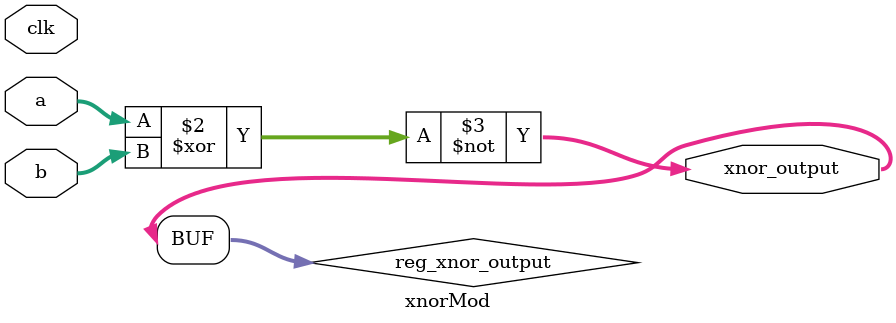
<source format=v>
module xorMod(a, b, clk, xor_output);
    //---------------------------------------------
    //Inputs/Outputs/regs
    //---------------------------------------------
        input [15:0] a, b;
        input clk;
        output [15:0] xor_output;
        
        reg [15:0] reg_xor_output;

    always @(posedge clk) begin
        reg_xor_output = a ^ b;    
    end
    
    assign xor_output = reg_xor_output;

endmodule

//=============================================
// XNOR module
//=============================================
// This will return the xor and xnor output
module xnorMod(a, b, clk, xnor_output);
    //---------------------------------------------
    //Inputs/Outputs/regs
    //---------------------------------------------
        input [15:0] a, b;
        input clk;
        output [15:0] xnor_output;
        
        reg [15:0] reg_xnor_output;

    always @(*) begin
        reg_xnor_output = ~(a ^ b);    
    end
    
    assign xnor_output = reg_xnor_output;

endmodule



</source>
